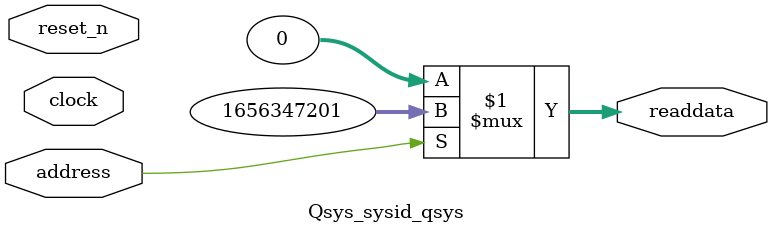
<source format=v>



// synthesis translate_off
`timescale 1ns / 1ps
// synthesis translate_on

// turn off superfluous verilog processor warnings 
// altera message_level Level1 
// altera message_off 10034 10035 10036 10037 10230 10240 10030 

module Qsys_sysid_qsys (
               // inputs:
                address,
                clock,
                reset_n,

               // outputs:
                readdata
             )
;

  output  [ 31: 0] readdata;
  input            address;
  input            clock;
  input            reset_n;

  wire    [ 31: 0] readdata;
  //control_slave, which is an e_avalon_slave
  assign readdata = address ? 1656347201 : 0;

endmodule



</source>
